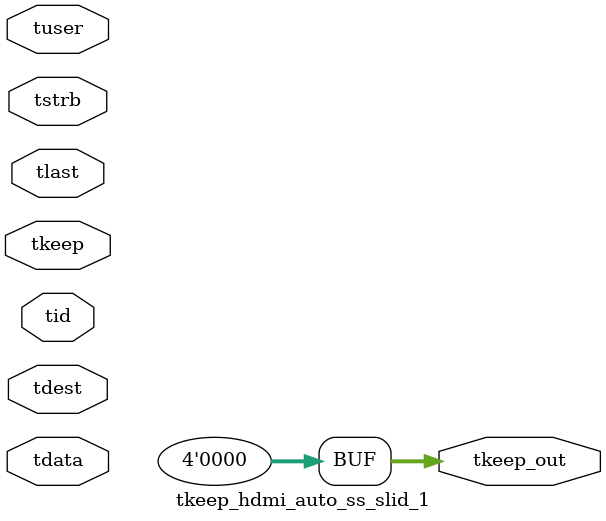
<source format=v>


`timescale 1ps/1ps

module tkeep_hdmi_auto_ss_slid_1 #
(
parameter C_S_AXIS_TDATA_WIDTH = 32,
parameter C_S_AXIS_TUSER_WIDTH = 0,
parameter C_S_AXIS_TID_WIDTH   = 0,
parameter C_S_AXIS_TDEST_WIDTH = 0,
parameter C_M_AXIS_TDATA_WIDTH = 32
)
(
input  [(C_S_AXIS_TDATA_WIDTH == 0 ? 1 : C_S_AXIS_TDATA_WIDTH)-1:0     ] tdata,
input  [(C_S_AXIS_TUSER_WIDTH == 0 ? 1 : C_S_AXIS_TUSER_WIDTH)-1:0     ] tuser,
input  [(C_S_AXIS_TID_WIDTH   == 0 ? 1 : C_S_AXIS_TID_WIDTH)-1:0       ] tid,
input  [(C_S_AXIS_TDEST_WIDTH == 0 ? 1 : C_S_AXIS_TDEST_WIDTH)-1:0     ] tdest,
input  [(C_S_AXIS_TDATA_WIDTH/8)-1:0 ] tkeep,
input  [(C_S_AXIS_TDATA_WIDTH/8)-1:0 ] tstrb,
input                                                                    tlast,
output [(C_M_AXIS_TDATA_WIDTH/8)-1:0 ] tkeep_out
);

assign tkeep_out = {1'b0};

endmodule


</source>
